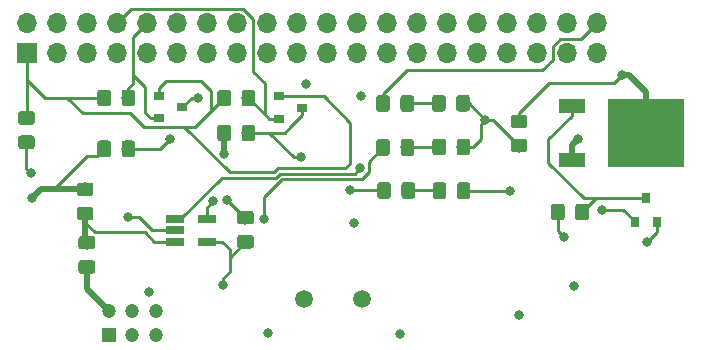
<source format=gbr>
G04 #@! TF.GenerationSoftware,KiCad,Pcbnew,(5.1.4)-1*
G04 #@! TF.CreationDate,2021-07-02T22:09:11-07:00*
G04 #@! TF.ProjectId,RocketPi,526f636b-6574-4506-992e-6b696361645f,rev?*
G04 #@! TF.SameCoordinates,Original*
G04 #@! TF.FileFunction,Copper,L1,Top*
G04 #@! TF.FilePolarity,Positive*
%FSLAX46Y46*%
G04 Gerber Fmt 4.6, Leading zero omitted, Abs format (unit mm)*
G04 Created by KiCad (PCBNEW (5.1.4)-1) date 2021-07-02 22:09:11*
%MOMM*%
%LPD*%
G04 APERTURE LIST*
%ADD10C,0.100000*%
%ADD11C,1.150000*%
%ADD12C,1.500000*%
%ADD13R,1.560000X0.650000*%
%ADD14R,0.900000X0.800000*%
%ADD15R,6.400000X5.800000*%
%ADD16R,2.200000X1.200000*%
%ADD17R,0.800000X0.900000*%
%ADD18O,1.700000X1.700000*%
%ADD19R,1.700000X1.700000*%
%ADD20C,1.200000*%
%ADD21R,1.200000X1.200000*%
%ADD22C,0.800000*%
%ADD23C,0.250000*%
%ADD24C,0.500000*%
%ADD25C,0.550000*%
G04 APERTURE END LIST*
D10*
G36*
X105997105Y-50507604D02*
G01*
X106021373Y-50511204D01*
X106045172Y-50517165D01*
X106068271Y-50525430D01*
X106090450Y-50535920D01*
X106111493Y-50548532D01*
X106131199Y-50563147D01*
X106149377Y-50579623D01*
X106165853Y-50597801D01*
X106180468Y-50617507D01*
X106193080Y-50638550D01*
X106203570Y-50660729D01*
X106211835Y-50683828D01*
X106217796Y-50707627D01*
X106221396Y-50731895D01*
X106222600Y-50756399D01*
X106222600Y-51656401D01*
X106221396Y-51680905D01*
X106217796Y-51705173D01*
X106211835Y-51728972D01*
X106203570Y-51752071D01*
X106193080Y-51774250D01*
X106180468Y-51795293D01*
X106165853Y-51814999D01*
X106149377Y-51833177D01*
X106131199Y-51849653D01*
X106111493Y-51864268D01*
X106090450Y-51876880D01*
X106068271Y-51887370D01*
X106045172Y-51895635D01*
X106021373Y-51901596D01*
X105997105Y-51905196D01*
X105972601Y-51906400D01*
X105322599Y-51906400D01*
X105298095Y-51905196D01*
X105273827Y-51901596D01*
X105250028Y-51895635D01*
X105226929Y-51887370D01*
X105204750Y-51876880D01*
X105183707Y-51864268D01*
X105164001Y-51849653D01*
X105145823Y-51833177D01*
X105129347Y-51814999D01*
X105114732Y-51795293D01*
X105102120Y-51774250D01*
X105091630Y-51752071D01*
X105083365Y-51728972D01*
X105077404Y-51705173D01*
X105073804Y-51680905D01*
X105072600Y-51656401D01*
X105072600Y-50756399D01*
X105073804Y-50731895D01*
X105077404Y-50707627D01*
X105083365Y-50683828D01*
X105091630Y-50660729D01*
X105102120Y-50638550D01*
X105114732Y-50617507D01*
X105129347Y-50597801D01*
X105145823Y-50579623D01*
X105164001Y-50563147D01*
X105183707Y-50548532D01*
X105204750Y-50535920D01*
X105226929Y-50525430D01*
X105250028Y-50517165D01*
X105273827Y-50511204D01*
X105298095Y-50507604D01*
X105322599Y-50506400D01*
X105972601Y-50506400D01*
X105997105Y-50507604D01*
X105997105Y-50507604D01*
G37*
D11*
X105647600Y-51206400D03*
D10*
G36*
X103947105Y-50507604D02*
G01*
X103971373Y-50511204D01*
X103995172Y-50517165D01*
X104018271Y-50525430D01*
X104040450Y-50535920D01*
X104061493Y-50548532D01*
X104081199Y-50563147D01*
X104099377Y-50579623D01*
X104115853Y-50597801D01*
X104130468Y-50617507D01*
X104143080Y-50638550D01*
X104153570Y-50660729D01*
X104161835Y-50683828D01*
X104167796Y-50707627D01*
X104171396Y-50731895D01*
X104172600Y-50756399D01*
X104172600Y-51656401D01*
X104171396Y-51680905D01*
X104167796Y-51705173D01*
X104161835Y-51728972D01*
X104153570Y-51752071D01*
X104143080Y-51774250D01*
X104130468Y-51795293D01*
X104115853Y-51814999D01*
X104099377Y-51833177D01*
X104081199Y-51849653D01*
X104061493Y-51864268D01*
X104040450Y-51876880D01*
X104018271Y-51887370D01*
X103995172Y-51895635D01*
X103971373Y-51901596D01*
X103947105Y-51905196D01*
X103922601Y-51906400D01*
X103272599Y-51906400D01*
X103248095Y-51905196D01*
X103223827Y-51901596D01*
X103200028Y-51895635D01*
X103176929Y-51887370D01*
X103154750Y-51876880D01*
X103133707Y-51864268D01*
X103114001Y-51849653D01*
X103095823Y-51833177D01*
X103079347Y-51814999D01*
X103064732Y-51795293D01*
X103052120Y-51774250D01*
X103041630Y-51752071D01*
X103033365Y-51728972D01*
X103027404Y-51705173D01*
X103023804Y-51680905D01*
X103022600Y-51656401D01*
X103022600Y-50756399D01*
X103023804Y-50731895D01*
X103027404Y-50707627D01*
X103033365Y-50683828D01*
X103041630Y-50660729D01*
X103052120Y-50638550D01*
X103064732Y-50617507D01*
X103079347Y-50597801D01*
X103095823Y-50579623D01*
X103114001Y-50563147D01*
X103133707Y-50548532D01*
X103154750Y-50535920D01*
X103176929Y-50525430D01*
X103200028Y-50517165D01*
X103223827Y-50511204D01*
X103248095Y-50507604D01*
X103272599Y-50506400D01*
X103922601Y-50506400D01*
X103947105Y-50507604D01*
X103947105Y-50507604D01*
G37*
D11*
X103597600Y-51206400D03*
D10*
G36*
X103951905Y-54235604D02*
G01*
X103976173Y-54239204D01*
X103999972Y-54245165D01*
X104023071Y-54253430D01*
X104045250Y-54263920D01*
X104066293Y-54276532D01*
X104085999Y-54291147D01*
X104104177Y-54307623D01*
X104120653Y-54325801D01*
X104135268Y-54345507D01*
X104147880Y-54366550D01*
X104158370Y-54388729D01*
X104166635Y-54411828D01*
X104172596Y-54435627D01*
X104176196Y-54459895D01*
X104177400Y-54484399D01*
X104177400Y-55384401D01*
X104176196Y-55408905D01*
X104172596Y-55433173D01*
X104166635Y-55456972D01*
X104158370Y-55480071D01*
X104147880Y-55502250D01*
X104135268Y-55523293D01*
X104120653Y-55542999D01*
X104104177Y-55561177D01*
X104085999Y-55577653D01*
X104066293Y-55592268D01*
X104045250Y-55604880D01*
X104023071Y-55615370D01*
X103999972Y-55623635D01*
X103976173Y-55629596D01*
X103951905Y-55633196D01*
X103927401Y-55634400D01*
X103277399Y-55634400D01*
X103252895Y-55633196D01*
X103228627Y-55629596D01*
X103204828Y-55623635D01*
X103181729Y-55615370D01*
X103159550Y-55604880D01*
X103138507Y-55592268D01*
X103118801Y-55577653D01*
X103100623Y-55561177D01*
X103084147Y-55542999D01*
X103069532Y-55523293D01*
X103056920Y-55502250D01*
X103046430Y-55480071D01*
X103038165Y-55456972D01*
X103032204Y-55433173D01*
X103028604Y-55408905D01*
X103027400Y-55384401D01*
X103027400Y-54484399D01*
X103028604Y-54459895D01*
X103032204Y-54435627D01*
X103038165Y-54411828D01*
X103046430Y-54388729D01*
X103056920Y-54366550D01*
X103069532Y-54345507D01*
X103084147Y-54325801D01*
X103100623Y-54307623D01*
X103118801Y-54291147D01*
X103138507Y-54276532D01*
X103159550Y-54263920D01*
X103181729Y-54253430D01*
X103204828Y-54245165D01*
X103228627Y-54239204D01*
X103252895Y-54235604D01*
X103277399Y-54234400D01*
X103927401Y-54234400D01*
X103951905Y-54235604D01*
X103951905Y-54235604D01*
G37*
D11*
X103602400Y-54934400D03*
D10*
G36*
X106001905Y-54235604D02*
G01*
X106026173Y-54239204D01*
X106049972Y-54245165D01*
X106073071Y-54253430D01*
X106095250Y-54263920D01*
X106116293Y-54276532D01*
X106135999Y-54291147D01*
X106154177Y-54307623D01*
X106170653Y-54325801D01*
X106185268Y-54345507D01*
X106197880Y-54366550D01*
X106208370Y-54388729D01*
X106216635Y-54411828D01*
X106222596Y-54435627D01*
X106226196Y-54459895D01*
X106227400Y-54484399D01*
X106227400Y-55384401D01*
X106226196Y-55408905D01*
X106222596Y-55433173D01*
X106216635Y-55456972D01*
X106208370Y-55480071D01*
X106197880Y-55502250D01*
X106185268Y-55523293D01*
X106170653Y-55542999D01*
X106154177Y-55561177D01*
X106135999Y-55577653D01*
X106116293Y-55592268D01*
X106095250Y-55604880D01*
X106073071Y-55615370D01*
X106049972Y-55623635D01*
X106026173Y-55629596D01*
X106001905Y-55633196D01*
X105977401Y-55634400D01*
X105327399Y-55634400D01*
X105302895Y-55633196D01*
X105278627Y-55629596D01*
X105254828Y-55623635D01*
X105231729Y-55615370D01*
X105209550Y-55604880D01*
X105188507Y-55592268D01*
X105168801Y-55577653D01*
X105150623Y-55561177D01*
X105134147Y-55542999D01*
X105119532Y-55523293D01*
X105106920Y-55502250D01*
X105096430Y-55480071D01*
X105088165Y-55456972D01*
X105082204Y-55433173D01*
X105078604Y-55408905D01*
X105077400Y-55384401D01*
X105077400Y-54484399D01*
X105078604Y-54459895D01*
X105082204Y-54435627D01*
X105088165Y-54411828D01*
X105096430Y-54388729D01*
X105106920Y-54366550D01*
X105119532Y-54345507D01*
X105134147Y-54325801D01*
X105150623Y-54307623D01*
X105168801Y-54291147D01*
X105188507Y-54276532D01*
X105209550Y-54263920D01*
X105231729Y-54253430D01*
X105254828Y-54245165D01*
X105278627Y-54239204D01*
X105302895Y-54235604D01*
X105327399Y-54234400D01*
X105977401Y-54234400D01*
X106001905Y-54235604D01*
X106001905Y-54235604D01*
G37*
D11*
X105652400Y-54934400D03*
D10*
G36*
X108671505Y-50490204D02*
G01*
X108695773Y-50493804D01*
X108719572Y-50499765D01*
X108742671Y-50508030D01*
X108764850Y-50518520D01*
X108785893Y-50531132D01*
X108805599Y-50545747D01*
X108823777Y-50562223D01*
X108840253Y-50580401D01*
X108854868Y-50600107D01*
X108867480Y-50621150D01*
X108877970Y-50643329D01*
X108886235Y-50666428D01*
X108892196Y-50690227D01*
X108895796Y-50714495D01*
X108897000Y-50738999D01*
X108897000Y-51639001D01*
X108895796Y-51663505D01*
X108892196Y-51687773D01*
X108886235Y-51711572D01*
X108877970Y-51734671D01*
X108867480Y-51756850D01*
X108854868Y-51777893D01*
X108840253Y-51797599D01*
X108823777Y-51815777D01*
X108805599Y-51832253D01*
X108785893Y-51846868D01*
X108764850Y-51859480D01*
X108742671Y-51869970D01*
X108719572Y-51878235D01*
X108695773Y-51884196D01*
X108671505Y-51887796D01*
X108647001Y-51889000D01*
X107996999Y-51889000D01*
X107972495Y-51887796D01*
X107948227Y-51884196D01*
X107924428Y-51878235D01*
X107901329Y-51869970D01*
X107879150Y-51859480D01*
X107858107Y-51846868D01*
X107838401Y-51832253D01*
X107820223Y-51815777D01*
X107803747Y-51797599D01*
X107789132Y-51777893D01*
X107776520Y-51756850D01*
X107766030Y-51734671D01*
X107757765Y-51711572D01*
X107751804Y-51687773D01*
X107748204Y-51663505D01*
X107747000Y-51639001D01*
X107747000Y-50738999D01*
X107748204Y-50714495D01*
X107751804Y-50690227D01*
X107757765Y-50666428D01*
X107766030Y-50643329D01*
X107776520Y-50621150D01*
X107789132Y-50600107D01*
X107803747Y-50580401D01*
X107820223Y-50562223D01*
X107838401Y-50545747D01*
X107858107Y-50531132D01*
X107879150Y-50518520D01*
X107901329Y-50508030D01*
X107924428Y-50499765D01*
X107948227Y-50493804D01*
X107972495Y-50490204D01*
X107996999Y-50489000D01*
X108647001Y-50489000D01*
X108671505Y-50490204D01*
X108671505Y-50490204D01*
G37*
D11*
X108322000Y-51189000D03*
D10*
G36*
X110721505Y-50490204D02*
G01*
X110745773Y-50493804D01*
X110769572Y-50499765D01*
X110792671Y-50508030D01*
X110814850Y-50518520D01*
X110835893Y-50531132D01*
X110855599Y-50545747D01*
X110873777Y-50562223D01*
X110890253Y-50580401D01*
X110904868Y-50600107D01*
X110917480Y-50621150D01*
X110927970Y-50643329D01*
X110936235Y-50666428D01*
X110942196Y-50690227D01*
X110945796Y-50714495D01*
X110947000Y-50738999D01*
X110947000Y-51639001D01*
X110945796Y-51663505D01*
X110942196Y-51687773D01*
X110936235Y-51711572D01*
X110927970Y-51734671D01*
X110917480Y-51756850D01*
X110904868Y-51777893D01*
X110890253Y-51797599D01*
X110873777Y-51815777D01*
X110855599Y-51832253D01*
X110835893Y-51846868D01*
X110814850Y-51859480D01*
X110792671Y-51869970D01*
X110769572Y-51878235D01*
X110745773Y-51884196D01*
X110721505Y-51887796D01*
X110697001Y-51889000D01*
X110046999Y-51889000D01*
X110022495Y-51887796D01*
X109998227Y-51884196D01*
X109974428Y-51878235D01*
X109951329Y-51869970D01*
X109929150Y-51859480D01*
X109908107Y-51846868D01*
X109888401Y-51832253D01*
X109870223Y-51815777D01*
X109853747Y-51797599D01*
X109839132Y-51777893D01*
X109826520Y-51756850D01*
X109816030Y-51734671D01*
X109807765Y-51711572D01*
X109801804Y-51687773D01*
X109798204Y-51663505D01*
X109797000Y-51639001D01*
X109797000Y-50738999D01*
X109798204Y-50714495D01*
X109801804Y-50690227D01*
X109807765Y-50666428D01*
X109816030Y-50643329D01*
X109826520Y-50621150D01*
X109839132Y-50600107D01*
X109853747Y-50580401D01*
X109870223Y-50562223D01*
X109888401Y-50545747D01*
X109908107Y-50531132D01*
X109929150Y-50518520D01*
X109951329Y-50508030D01*
X109974428Y-50499765D01*
X109998227Y-50493804D01*
X110022495Y-50490204D01*
X110046999Y-50489000D01*
X110697001Y-50489000D01*
X110721505Y-50490204D01*
X110721505Y-50490204D01*
G37*
D11*
X110372000Y-51189000D03*
D10*
G36*
X108696905Y-54190604D02*
G01*
X108721173Y-54194204D01*
X108744972Y-54200165D01*
X108768071Y-54208430D01*
X108790250Y-54218920D01*
X108811293Y-54231532D01*
X108830999Y-54246147D01*
X108849177Y-54262623D01*
X108865653Y-54280801D01*
X108880268Y-54300507D01*
X108892880Y-54321550D01*
X108903370Y-54343729D01*
X108911635Y-54366828D01*
X108917596Y-54390627D01*
X108921196Y-54414895D01*
X108922400Y-54439399D01*
X108922400Y-55339401D01*
X108921196Y-55363905D01*
X108917596Y-55388173D01*
X108911635Y-55411972D01*
X108903370Y-55435071D01*
X108892880Y-55457250D01*
X108880268Y-55478293D01*
X108865653Y-55497999D01*
X108849177Y-55516177D01*
X108830999Y-55532653D01*
X108811293Y-55547268D01*
X108790250Y-55559880D01*
X108768071Y-55570370D01*
X108744972Y-55578635D01*
X108721173Y-55584596D01*
X108696905Y-55588196D01*
X108672401Y-55589400D01*
X108022399Y-55589400D01*
X107997895Y-55588196D01*
X107973627Y-55584596D01*
X107949828Y-55578635D01*
X107926729Y-55570370D01*
X107904550Y-55559880D01*
X107883507Y-55547268D01*
X107863801Y-55532653D01*
X107845623Y-55516177D01*
X107829147Y-55497999D01*
X107814532Y-55478293D01*
X107801920Y-55457250D01*
X107791430Y-55435071D01*
X107783165Y-55411972D01*
X107777204Y-55388173D01*
X107773604Y-55363905D01*
X107772400Y-55339401D01*
X107772400Y-54439399D01*
X107773604Y-54414895D01*
X107777204Y-54390627D01*
X107783165Y-54366828D01*
X107791430Y-54343729D01*
X107801920Y-54321550D01*
X107814532Y-54300507D01*
X107829147Y-54280801D01*
X107845623Y-54262623D01*
X107863801Y-54246147D01*
X107883507Y-54231532D01*
X107904550Y-54218920D01*
X107926729Y-54208430D01*
X107949828Y-54200165D01*
X107973627Y-54194204D01*
X107997895Y-54190604D01*
X108022399Y-54189400D01*
X108672401Y-54189400D01*
X108696905Y-54190604D01*
X108696905Y-54190604D01*
G37*
D11*
X108347400Y-54889400D03*
D10*
G36*
X110746905Y-54190604D02*
G01*
X110771173Y-54194204D01*
X110794972Y-54200165D01*
X110818071Y-54208430D01*
X110840250Y-54218920D01*
X110861293Y-54231532D01*
X110880999Y-54246147D01*
X110899177Y-54262623D01*
X110915653Y-54280801D01*
X110930268Y-54300507D01*
X110942880Y-54321550D01*
X110953370Y-54343729D01*
X110961635Y-54366828D01*
X110967596Y-54390627D01*
X110971196Y-54414895D01*
X110972400Y-54439399D01*
X110972400Y-55339401D01*
X110971196Y-55363905D01*
X110967596Y-55388173D01*
X110961635Y-55411972D01*
X110953370Y-55435071D01*
X110942880Y-55457250D01*
X110930268Y-55478293D01*
X110915653Y-55497999D01*
X110899177Y-55516177D01*
X110880999Y-55532653D01*
X110861293Y-55547268D01*
X110840250Y-55559880D01*
X110818071Y-55570370D01*
X110794972Y-55578635D01*
X110771173Y-55584596D01*
X110746905Y-55588196D01*
X110722401Y-55589400D01*
X110072399Y-55589400D01*
X110047895Y-55588196D01*
X110023627Y-55584596D01*
X109999828Y-55578635D01*
X109976729Y-55570370D01*
X109954550Y-55559880D01*
X109933507Y-55547268D01*
X109913801Y-55532653D01*
X109895623Y-55516177D01*
X109879147Y-55497999D01*
X109864532Y-55478293D01*
X109851920Y-55457250D01*
X109841430Y-55435071D01*
X109833165Y-55411972D01*
X109827204Y-55388173D01*
X109823604Y-55363905D01*
X109822400Y-55339401D01*
X109822400Y-54439399D01*
X109823604Y-54414895D01*
X109827204Y-54390627D01*
X109833165Y-54366828D01*
X109841430Y-54343729D01*
X109851920Y-54321550D01*
X109864532Y-54300507D01*
X109879147Y-54280801D01*
X109895623Y-54262623D01*
X109913801Y-54246147D01*
X109933507Y-54231532D01*
X109954550Y-54218920D01*
X109976729Y-54208430D01*
X109999828Y-54200165D01*
X110023627Y-54194204D01*
X110047895Y-54190604D01*
X110072399Y-54189400D01*
X110722401Y-54189400D01*
X110746905Y-54190604D01*
X110746905Y-54190604D01*
G37*
D11*
X110397400Y-54889400D03*
D12*
X96948600Y-67792600D03*
X101828600Y-67792600D03*
D13*
X88675200Y-61000600D03*
X88675200Y-62900600D03*
X85975200Y-62900600D03*
X85975200Y-61950600D03*
X85975200Y-61000600D03*
D10*
G36*
X82388705Y-54343004D02*
G01*
X82412973Y-54346604D01*
X82436772Y-54352565D01*
X82459871Y-54360830D01*
X82482050Y-54371320D01*
X82503093Y-54383932D01*
X82522799Y-54398547D01*
X82540977Y-54415023D01*
X82557453Y-54433201D01*
X82572068Y-54452907D01*
X82584680Y-54473950D01*
X82595170Y-54496129D01*
X82603435Y-54519228D01*
X82609396Y-54543027D01*
X82612996Y-54567295D01*
X82614200Y-54591799D01*
X82614200Y-55491801D01*
X82612996Y-55516305D01*
X82609396Y-55540573D01*
X82603435Y-55564372D01*
X82595170Y-55587471D01*
X82584680Y-55609650D01*
X82572068Y-55630693D01*
X82557453Y-55650399D01*
X82540977Y-55668577D01*
X82522799Y-55685053D01*
X82503093Y-55699668D01*
X82482050Y-55712280D01*
X82459871Y-55722770D01*
X82436772Y-55731035D01*
X82412973Y-55736996D01*
X82388705Y-55740596D01*
X82364201Y-55741800D01*
X81714199Y-55741800D01*
X81689695Y-55740596D01*
X81665427Y-55736996D01*
X81641628Y-55731035D01*
X81618529Y-55722770D01*
X81596350Y-55712280D01*
X81575307Y-55699668D01*
X81555601Y-55685053D01*
X81537423Y-55668577D01*
X81520947Y-55650399D01*
X81506332Y-55630693D01*
X81493720Y-55609650D01*
X81483230Y-55587471D01*
X81474965Y-55564372D01*
X81469004Y-55540573D01*
X81465404Y-55516305D01*
X81464200Y-55491801D01*
X81464200Y-54591799D01*
X81465404Y-54567295D01*
X81469004Y-54543027D01*
X81474965Y-54519228D01*
X81483230Y-54496129D01*
X81493720Y-54473950D01*
X81506332Y-54452907D01*
X81520947Y-54433201D01*
X81537423Y-54415023D01*
X81555601Y-54398547D01*
X81575307Y-54383932D01*
X81596350Y-54371320D01*
X81618529Y-54360830D01*
X81641628Y-54352565D01*
X81665427Y-54346604D01*
X81689695Y-54343004D01*
X81714199Y-54341800D01*
X82364201Y-54341800D01*
X82388705Y-54343004D01*
X82388705Y-54343004D01*
G37*
D11*
X82039200Y-55041800D03*
D10*
G36*
X80338705Y-54343004D02*
G01*
X80362973Y-54346604D01*
X80386772Y-54352565D01*
X80409871Y-54360830D01*
X80432050Y-54371320D01*
X80453093Y-54383932D01*
X80472799Y-54398547D01*
X80490977Y-54415023D01*
X80507453Y-54433201D01*
X80522068Y-54452907D01*
X80534680Y-54473950D01*
X80545170Y-54496129D01*
X80553435Y-54519228D01*
X80559396Y-54543027D01*
X80562996Y-54567295D01*
X80564200Y-54591799D01*
X80564200Y-55491801D01*
X80562996Y-55516305D01*
X80559396Y-55540573D01*
X80553435Y-55564372D01*
X80545170Y-55587471D01*
X80534680Y-55609650D01*
X80522068Y-55630693D01*
X80507453Y-55650399D01*
X80490977Y-55668577D01*
X80472799Y-55685053D01*
X80453093Y-55699668D01*
X80432050Y-55712280D01*
X80409871Y-55722770D01*
X80386772Y-55731035D01*
X80362973Y-55736996D01*
X80338705Y-55740596D01*
X80314201Y-55741800D01*
X79664199Y-55741800D01*
X79639695Y-55740596D01*
X79615427Y-55736996D01*
X79591628Y-55731035D01*
X79568529Y-55722770D01*
X79546350Y-55712280D01*
X79525307Y-55699668D01*
X79505601Y-55685053D01*
X79487423Y-55668577D01*
X79470947Y-55650399D01*
X79456332Y-55630693D01*
X79443720Y-55609650D01*
X79433230Y-55587471D01*
X79424965Y-55564372D01*
X79419004Y-55540573D01*
X79415404Y-55516305D01*
X79414200Y-55491801D01*
X79414200Y-54591799D01*
X79415404Y-54567295D01*
X79419004Y-54543027D01*
X79424965Y-54519228D01*
X79433230Y-54496129D01*
X79443720Y-54473950D01*
X79456332Y-54452907D01*
X79470947Y-54433201D01*
X79487423Y-54415023D01*
X79505601Y-54398547D01*
X79525307Y-54383932D01*
X79546350Y-54371320D01*
X79568529Y-54360830D01*
X79591628Y-54352565D01*
X79615427Y-54346604D01*
X79639695Y-54343004D01*
X79664199Y-54341800D01*
X80314201Y-54341800D01*
X80338705Y-54343004D01*
X80338705Y-54343004D01*
G37*
D11*
X79989200Y-55041800D03*
D10*
G36*
X82388705Y-50031004D02*
G01*
X82412973Y-50034604D01*
X82436772Y-50040565D01*
X82459871Y-50048830D01*
X82482050Y-50059320D01*
X82503093Y-50071932D01*
X82522799Y-50086547D01*
X82540977Y-50103023D01*
X82557453Y-50121201D01*
X82572068Y-50140907D01*
X82584680Y-50161950D01*
X82595170Y-50184129D01*
X82603435Y-50207228D01*
X82609396Y-50231027D01*
X82612996Y-50255295D01*
X82614200Y-50279799D01*
X82614200Y-51179801D01*
X82612996Y-51204305D01*
X82609396Y-51228573D01*
X82603435Y-51252372D01*
X82595170Y-51275471D01*
X82584680Y-51297650D01*
X82572068Y-51318693D01*
X82557453Y-51338399D01*
X82540977Y-51356577D01*
X82522799Y-51373053D01*
X82503093Y-51387668D01*
X82482050Y-51400280D01*
X82459871Y-51410770D01*
X82436772Y-51419035D01*
X82412973Y-51424996D01*
X82388705Y-51428596D01*
X82364201Y-51429800D01*
X81714199Y-51429800D01*
X81689695Y-51428596D01*
X81665427Y-51424996D01*
X81641628Y-51419035D01*
X81618529Y-51410770D01*
X81596350Y-51400280D01*
X81575307Y-51387668D01*
X81555601Y-51373053D01*
X81537423Y-51356577D01*
X81520947Y-51338399D01*
X81506332Y-51318693D01*
X81493720Y-51297650D01*
X81483230Y-51275471D01*
X81474965Y-51252372D01*
X81469004Y-51228573D01*
X81465404Y-51204305D01*
X81464200Y-51179801D01*
X81464200Y-50279799D01*
X81465404Y-50255295D01*
X81469004Y-50231027D01*
X81474965Y-50207228D01*
X81483230Y-50184129D01*
X81493720Y-50161950D01*
X81506332Y-50140907D01*
X81520947Y-50121201D01*
X81537423Y-50103023D01*
X81555601Y-50086547D01*
X81575307Y-50071932D01*
X81596350Y-50059320D01*
X81618529Y-50048830D01*
X81641628Y-50040565D01*
X81665427Y-50034604D01*
X81689695Y-50031004D01*
X81714199Y-50029800D01*
X82364201Y-50029800D01*
X82388705Y-50031004D01*
X82388705Y-50031004D01*
G37*
D11*
X82039200Y-50729800D03*
D10*
G36*
X80338705Y-50031004D02*
G01*
X80362973Y-50034604D01*
X80386772Y-50040565D01*
X80409871Y-50048830D01*
X80432050Y-50059320D01*
X80453093Y-50071932D01*
X80472799Y-50086547D01*
X80490977Y-50103023D01*
X80507453Y-50121201D01*
X80522068Y-50140907D01*
X80534680Y-50161950D01*
X80545170Y-50184129D01*
X80553435Y-50207228D01*
X80559396Y-50231027D01*
X80562996Y-50255295D01*
X80564200Y-50279799D01*
X80564200Y-51179801D01*
X80562996Y-51204305D01*
X80559396Y-51228573D01*
X80553435Y-51252372D01*
X80545170Y-51275471D01*
X80534680Y-51297650D01*
X80522068Y-51318693D01*
X80507453Y-51338399D01*
X80490977Y-51356577D01*
X80472799Y-51373053D01*
X80453093Y-51387668D01*
X80432050Y-51400280D01*
X80409871Y-51410770D01*
X80386772Y-51419035D01*
X80362973Y-51424996D01*
X80338705Y-51428596D01*
X80314201Y-51429800D01*
X79664199Y-51429800D01*
X79639695Y-51428596D01*
X79615427Y-51424996D01*
X79591628Y-51419035D01*
X79568529Y-51410770D01*
X79546350Y-51400280D01*
X79525307Y-51387668D01*
X79505601Y-51373053D01*
X79487423Y-51356577D01*
X79470947Y-51338399D01*
X79456332Y-51318693D01*
X79443720Y-51297650D01*
X79433230Y-51275471D01*
X79424965Y-51252372D01*
X79419004Y-51228573D01*
X79415404Y-51204305D01*
X79414200Y-51179801D01*
X79414200Y-50279799D01*
X79415404Y-50255295D01*
X79419004Y-50231027D01*
X79424965Y-50207228D01*
X79433230Y-50184129D01*
X79443720Y-50161950D01*
X79456332Y-50140907D01*
X79470947Y-50121201D01*
X79487423Y-50103023D01*
X79505601Y-50086547D01*
X79525307Y-50071932D01*
X79546350Y-50059320D01*
X79568529Y-50048830D01*
X79591628Y-50040565D01*
X79615427Y-50034604D01*
X79639695Y-50031004D01*
X79664199Y-50029800D01*
X80314201Y-50029800D01*
X80338705Y-50031004D01*
X80338705Y-50031004D01*
G37*
D11*
X79989200Y-50729800D03*
D10*
G36*
X92546505Y-53004404D02*
G01*
X92570773Y-53008004D01*
X92594572Y-53013965D01*
X92617671Y-53022230D01*
X92639850Y-53032720D01*
X92660893Y-53045332D01*
X92680599Y-53059947D01*
X92698777Y-53076423D01*
X92715253Y-53094601D01*
X92729868Y-53114307D01*
X92742480Y-53135350D01*
X92752970Y-53157529D01*
X92761235Y-53180628D01*
X92767196Y-53204427D01*
X92770796Y-53228695D01*
X92772000Y-53253199D01*
X92772000Y-54153201D01*
X92770796Y-54177705D01*
X92767196Y-54201973D01*
X92761235Y-54225772D01*
X92752970Y-54248871D01*
X92742480Y-54271050D01*
X92729868Y-54292093D01*
X92715253Y-54311799D01*
X92698777Y-54329977D01*
X92680599Y-54346453D01*
X92660893Y-54361068D01*
X92639850Y-54373680D01*
X92617671Y-54384170D01*
X92594572Y-54392435D01*
X92570773Y-54398396D01*
X92546505Y-54401996D01*
X92522001Y-54403200D01*
X91871999Y-54403200D01*
X91847495Y-54401996D01*
X91823227Y-54398396D01*
X91799428Y-54392435D01*
X91776329Y-54384170D01*
X91754150Y-54373680D01*
X91733107Y-54361068D01*
X91713401Y-54346453D01*
X91695223Y-54329977D01*
X91678747Y-54311799D01*
X91664132Y-54292093D01*
X91651520Y-54271050D01*
X91641030Y-54248871D01*
X91632765Y-54225772D01*
X91626804Y-54201973D01*
X91623204Y-54177705D01*
X91622000Y-54153201D01*
X91622000Y-53253199D01*
X91623204Y-53228695D01*
X91626804Y-53204427D01*
X91632765Y-53180628D01*
X91641030Y-53157529D01*
X91651520Y-53135350D01*
X91664132Y-53114307D01*
X91678747Y-53094601D01*
X91695223Y-53076423D01*
X91713401Y-53059947D01*
X91733107Y-53045332D01*
X91754150Y-53032720D01*
X91776329Y-53022230D01*
X91799428Y-53013965D01*
X91823227Y-53008004D01*
X91847495Y-53004404D01*
X91871999Y-53003200D01*
X92522001Y-53003200D01*
X92546505Y-53004404D01*
X92546505Y-53004404D01*
G37*
D11*
X92197000Y-53703200D03*
D10*
G36*
X90496505Y-53004404D02*
G01*
X90520773Y-53008004D01*
X90544572Y-53013965D01*
X90567671Y-53022230D01*
X90589850Y-53032720D01*
X90610893Y-53045332D01*
X90630599Y-53059947D01*
X90648777Y-53076423D01*
X90665253Y-53094601D01*
X90679868Y-53114307D01*
X90692480Y-53135350D01*
X90702970Y-53157529D01*
X90711235Y-53180628D01*
X90717196Y-53204427D01*
X90720796Y-53228695D01*
X90722000Y-53253199D01*
X90722000Y-54153201D01*
X90720796Y-54177705D01*
X90717196Y-54201973D01*
X90711235Y-54225772D01*
X90702970Y-54248871D01*
X90692480Y-54271050D01*
X90679868Y-54292093D01*
X90665253Y-54311799D01*
X90648777Y-54329977D01*
X90630599Y-54346453D01*
X90610893Y-54361068D01*
X90589850Y-54373680D01*
X90567671Y-54384170D01*
X90544572Y-54392435D01*
X90520773Y-54398396D01*
X90496505Y-54401996D01*
X90472001Y-54403200D01*
X89821999Y-54403200D01*
X89797495Y-54401996D01*
X89773227Y-54398396D01*
X89749428Y-54392435D01*
X89726329Y-54384170D01*
X89704150Y-54373680D01*
X89683107Y-54361068D01*
X89663401Y-54346453D01*
X89645223Y-54329977D01*
X89628747Y-54311799D01*
X89614132Y-54292093D01*
X89601520Y-54271050D01*
X89591030Y-54248871D01*
X89582765Y-54225772D01*
X89576804Y-54201973D01*
X89573204Y-54177705D01*
X89572000Y-54153201D01*
X89572000Y-53253199D01*
X89573204Y-53228695D01*
X89576804Y-53204427D01*
X89582765Y-53180628D01*
X89591030Y-53157529D01*
X89601520Y-53135350D01*
X89614132Y-53114307D01*
X89628747Y-53094601D01*
X89645223Y-53076423D01*
X89663401Y-53059947D01*
X89683107Y-53045332D01*
X89704150Y-53032720D01*
X89726329Y-53022230D01*
X89749428Y-53013965D01*
X89773227Y-53008004D01*
X89797495Y-53004404D01*
X89821999Y-53003200D01*
X90472001Y-53003200D01*
X90496505Y-53004404D01*
X90496505Y-53004404D01*
G37*
D11*
X90147000Y-53703200D03*
D10*
G36*
X92546505Y-50054404D02*
G01*
X92570773Y-50058004D01*
X92594572Y-50063965D01*
X92617671Y-50072230D01*
X92639850Y-50082720D01*
X92660893Y-50095332D01*
X92680599Y-50109947D01*
X92698777Y-50126423D01*
X92715253Y-50144601D01*
X92729868Y-50164307D01*
X92742480Y-50185350D01*
X92752970Y-50207529D01*
X92761235Y-50230628D01*
X92767196Y-50254427D01*
X92770796Y-50278695D01*
X92772000Y-50303199D01*
X92772000Y-51203201D01*
X92770796Y-51227705D01*
X92767196Y-51251973D01*
X92761235Y-51275772D01*
X92752970Y-51298871D01*
X92742480Y-51321050D01*
X92729868Y-51342093D01*
X92715253Y-51361799D01*
X92698777Y-51379977D01*
X92680599Y-51396453D01*
X92660893Y-51411068D01*
X92639850Y-51423680D01*
X92617671Y-51434170D01*
X92594572Y-51442435D01*
X92570773Y-51448396D01*
X92546505Y-51451996D01*
X92522001Y-51453200D01*
X91871999Y-51453200D01*
X91847495Y-51451996D01*
X91823227Y-51448396D01*
X91799428Y-51442435D01*
X91776329Y-51434170D01*
X91754150Y-51423680D01*
X91733107Y-51411068D01*
X91713401Y-51396453D01*
X91695223Y-51379977D01*
X91678747Y-51361799D01*
X91664132Y-51342093D01*
X91651520Y-51321050D01*
X91641030Y-51298871D01*
X91632765Y-51275772D01*
X91626804Y-51251973D01*
X91623204Y-51227705D01*
X91622000Y-51203201D01*
X91622000Y-50303199D01*
X91623204Y-50278695D01*
X91626804Y-50254427D01*
X91632765Y-50230628D01*
X91641030Y-50207529D01*
X91651520Y-50185350D01*
X91664132Y-50164307D01*
X91678747Y-50144601D01*
X91695223Y-50126423D01*
X91713401Y-50109947D01*
X91733107Y-50095332D01*
X91754150Y-50082720D01*
X91776329Y-50072230D01*
X91799428Y-50063965D01*
X91823227Y-50058004D01*
X91847495Y-50054404D01*
X91871999Y-50053200D01*
X92522001Y-50053200D01*
X92546505Y-50054404D01*
X92546505Y-50054404D01*
G37*
D11*
X92197000Y-50753200D03*
D10*
G36*
X90496505Y-50054404D02*
G01*
X90520773Y-50058004D01*
X90544572Y-50063965D01*
X90567671Y-50072230D01*
X90589850Y-50082720D01*
X90610893Y-50095332D01*
X90630599Y-50109947D01*
X90648777Y-50126423D01*
X90665253Y-50144601D01*
X90679868Y-50164307D01*
X90692480Y-50185350D01*
X90702970Y-50207529D01*
X90711235Y-50230628D01*
X90717196Y-50254427D01*
X90720796Y-50278695D01*
X90722000Y-50303199D01*
X90722000Y-51203201D01*
X90720796Y-51227705D01*
X90717196Y-51251973D01*
X90711235Y-51275772D01*
X90702970Y-51298871D01*
X90692480Y-51321050D01*
X90679868Y-51342093D01*
X90665253Y-51361799D01*
X90648777Y-51379977D01*
X90630599Y-51396453D01*
X90610893Y-51411068D01*
X90589850Y-51423680D01*
X90567671Y-51434170D01*
X90544572Y-51442435D01*
X90520773Y-51448396D01*
X90496505Y-51451996D01*
X90472001Y-51453200D01*
X89821999Y-51453200D01*
X89797495Y-51451996D01*
X89773227Y-51448396D01*
X89749428Y-51442435D01*
X89726329Y-51434170D01*
X89704150Y-51423680D01*
X89683107Y-51411068D01*
X89663401Y-51396453D01*
X89645223Y-51379977D01*
X89628747Y-51361799D01*
X89614132Y-51342093D01*
X89601520Y-51321050D01*
X89591030Y-51298871D01*
X89582765Y-51275772D01*
X89576804Y-51251973D01*
X89573204Y-51227705D01*
X89572000Y-51203201D01*
X89572000Y-50303199D01*
X89573204Y-50278695D01*
X89576804Y-50254427D01*
X89582765Y-50230628D01*
X89591030Y-50207529D01*
X89601520Y-50185350D01*
X89614132Y-50164307D01*
X89628747Y-50144601D01*
X89645223Y-50126423D01*
X89663401Y-50109947D01*
X89683107Y-50095332D01*
X89704150Y-50082720D01*
X89726329Y-50072230D01*
X89749428Y-50063965D01*
X89773227Y-50058004D01*
X89797495Y-50054404D01*
X89821999Y-50053200D01*
X90472001Y-50053200D01*
X90496505Y-50054404D01*
X90496505Y-50054404D01*
G37*
D11*
X90147000Y-50753200D03*
D10*
G36*
X104032305Y-57873604D02*
G01*
X104056573Y-57877204D01*
X104080372Y-57883165D01*
X104103471Y-57891430D01*
X104125650Y-57901920D01*
X104146693Y-57914532D01*
X104166399Y-57929147D01*
X104184577Y-57945623D01*
X104201053Y-57963801D01*
X104215668Y-57983507D01*
X104228280Y-58004550D01*
X104238770Y-58026729D01*
X104247035Y-58049828D01*
X104252996Y-58073627D01*
X104256596Y-58097895D01*
X104257800Y-58122399D01*
X104257800Y-59022401D01*
X104256596Y-59046905D01*
X104252996Y-59071173D01*
X104247035Y-59094972D01*
X104238770Y-59118071D01*
X104228280Y-59140250D01*
X104215668Y-59161293D01*
X104201053Y-59180999D01*
X104184577Y-59199177D01*
X104166399Y-59215653D01*
X104146693Y-59230268D01*
X104125650Y-59242880D01*
X104103471Y-59253370D01*
X104080372Y-59261635D01*
X104056573Y-59267596D01*
X104032305Y-59271196D01*
X104007801Y-59272400D01*
X103357799Y-59272400D01*
X103333295Y-59271196D01*
X103309027Y-59267596D01*
X103285228Y-59261635D01*
X103262129Y-59253370D01*
X103239950Y-59242880D01*
X103218907Y-59230268D01*
X103199201Y-59215653D01*
X103181023Y-59199177D01*
X103164547Y-59180999D01*
X103149932Y-59161293D01*
X103137320Y-59140250D01*
X103126830Y-59118071D01*
X103118565Y-59094972D01*
X103112604Y-59071173D01*
X103109004Y-59046905D01*
X103107800Y-59022401D01*
X103107800Y-58122399D01*
X103109004Y-58097895D01*
X103112604Y-58073627D01*
X103118565Y-58049828D01*
X103126830Y-58026729D01*
X103137320Y-58004550D01*
X103149932Y-57983507D01*
X103164547Y-57963801D01*
X103181023Y-57945623D01*
X103199201Y-57929147D01*
X103218907Y-57914532D01*
X103239950Y-57901920D01*
X103262129Y-57891430D01*
X103285228Y-57883165D01*
X103309027Y-57877204D01*
X103333295Y-57873604D01*
X103357799Y-57872400D01*
X104007801Y-57872400D01*
X104032305Y-57873604D01*
X104032305Y-57873604D01*
G37*
D11*
X103682800Y-58572400D03*
D10*
G36*
X106082305Y-57873604D02*
G01*
X106106573Y-57877204D01*
X106130372Y-57883165D01*
X106153471Y-57891430D01*
X106175650Y-57901920D01*
X106196693Y-57914532D01*
X106216399Y-57929147D01*
X106234577Y-57945623D01*
X106251053Y-57963801D01*
X106265668Y-57983507D01*
X106278280Y-58004550D01*
X106288770Y-58026729D01*
X106297035Y-58049828D01*
X106302996Y-58073627D01*
X106306596Y-58097895D01*
X106307800Y-58122399D01*
X106307800Y-59022401D01*
X106306596Y-59046905D01*
X106302996Y-59071173D01*
X106297035Y-59094972D01*
X106288770Y-59118071D01*
X106278280Y-59140250D01*
X106265668Y-59161293D01*
X106251053Y-59180999D01*
X106234577Y-59199177D01*
X106216399Y-59215653D01*
X106196693Y-59230268D01*
X106175650Y-59242880D01*
X106153471Y-59253370D01*
X106130372Y-59261635D01*
X106106573Y-59267596D01*
X106082305Y-59271196D01*
X106057801Y-59272400D01*
X105407799Y-59272400D01*
X105383295Y-59271196D01*
X105359027Y-59267596D01*
X105335228Y-59261635D01*
X105312129Y-59253370D01*
X105289950Y-59242880D01*
X105268907Y-59230268D01*
X105249201Y-59215653D01*
X105231023Y-59199177D01*
X105214547Y-59180999D01*
X105199932Y-59161293D01*
X105187320Y-59140250D01*
X105176830Y-59118071D01*
X105168565Y-59094972D01*
X105162604Y-59071173D01*
X105159004Y-59046905D01*
X105157800Y-59022401D01*
X105157800Y-58122399D01*
X105159004Y-58097895D01*
X105162604Y-58073627D01*
X105168565Y-58049828D01*
X105176830Y-58026729D01*
X105187320Y-58004550D01*
X105199932Y-57983507D01*
X105214547Y-57963801D01*
X105231023Y-57945623D01*
X105249201Y-57929147D01*
X105268907Y-57914532D01*
X105289950Y-57901920D01*
X105312129Y-57891430D01*
X105335228Y-57883165D01*
X105359027Y-57877204D01*
X105383295Y-57873604D01*
X105407799Y-57872400D01*
X106057801Y-57872400D01*
X106082305Y-57873604D01*
X106082305Y-57873604D01*
G37*
D11*
X105732800Y-58572400D03*
D10*
G36*
X120796305Y-59702404D02*
G01*
X120820573Y-59706004D01*
X120844372Y-59711965D01*
X120867471Y-59720230D01*
X120889650Y-59730720D01*
X120910693Y-59743332D01*
X120930399Y-59757947D01*
X120948577Y-59774423D01*
X120965053Y-59792601D01*
X120979668Y-59812307D01*
X120992280Y-59833350D01*
X121002770Y-59855529D01*
X121011035Y-59878628D01*
X121016996Y-59902427D01*
X121020596Y-59926695D01*
X121021800Y-59951199D01*
X121021800Y-60851201D01*
X121020596Y-60875705D01*
X121016996Y-60899973D01*
X121011035Y-60923772D01*
X121002770Y-60946871D01*
X120992280Y-60969050D01*
X120979668Y-60990093D01*
X120965053Y-61009799D01*
X120948577Y-61027977D01*
X120930399Y-61044453D01*
X120910693Y-61059068D01*
X120889650Y-61071680D01*
X120867471Y-61082170D01*
X120844372Y-61090435D01*
X120820573Y-61096396D01*
X120796305Y-61099996D01*
X120771801Y-61101200D01*
X120121799Y-61101200D01*
X120097295Y-61099996D01*
X120073027Y-61096396D01*
X120049228Y-61090435D01*
X120026129Y-61082170D01*
X120003950Y-61071680D01*
X119982907Y-61059068D01*
X119963201Y-61044453D01*
X119945023Y-61027977D01*
X119928547Y-61009799D01*
X119913932Y-60990093D01*
X119901320Y-60969050D01*
X119890830Y-60946871D01*
X119882565Y-60923772D01*
X119876604Y-60899973D01*
X119873004Y-60875705D01*
X119871800Y-60851201D01*
X119871800Y-59951199D01*
X119873004Y-59926695D01*
X119876604Y-59902427D01*
X119882565Y-59878628D01*
X119890830Y-59855529D01*
X119901320Y-59833350D01*
X119913932Y-59812307D01*
X119928547Y-59792601D01*
X119945023Y-59774423D01*
X119963201Y-59757947D01*
X119982907Y-59743332D01*
X120003950Y-59730720D01*
X120026129Y-59720230D01*
X120049228Y-59711965D01*
X120073027Y-59706004D01*
X120097295Y-59702404D01*
X120121799Y-59701200D01*
X120771801Y-59701200D01*
X120796305Y-59702404D01*
X120796305Y-59702404D01*
G37*
D11*
X120446800Y-60401200D03*
D10*
G36*
X118746305Y-59702404D02*
G01*
X118770573Y-59706004D01*
X118794372Y-59711965D01*
X118817471Y-59720230D01*
X118839650Y-59730720D01*
X118860693Y-59743332D01*
X118880399Y-59757947D01*
X118898577Y-59774423D01*
X118915053Y-59792601D01*
X118929668Y-59812307D01*
X118942280Y-59833350D01*
X118952770Y-59855529D01*
X118961035Y-59878628D01*
X118966996Y-59902427D01*
X118970596Y-59926695D01*
X118971800Y-59951199D01*
X118971800Y-60851201D01*
X118970596Y-60875705D01*
X118966996Y-60899973D01*
X118961035Y-60923772D01*
X118952770Y-60946871D01*
X118942280Y-60969050D01*
X118929668Y-60990093D01*
X118915053Y-61009799D01*
X118898577Y-61027977D01*
X118880399Y-61044453D01*
X118860693Y-61059068D01*
X118839650Y-61071680D01*
X118817471Y-61082170D01*
X118794372Y-61090435D01*
X118770573Y-61096396D01*
X118746305Y-61099996D01*
X118721801Y-61101200D01*
X118071799Y-61101200D01*
X118047295Y-61099996D01*
X118023027Y-61096396D01*
X117999228Y-61090435D01*
X117976129Y-61082170D01*
X117953950Y-61071680D01*
X117932907Y-61059068D01*
X117913201Y-61044453D01*
X117895023Y-61027977D01*
X117878547Y-61009799D01*
X117863932Y-60990093D01*
X117851320Y-60969050D01*
X117840830Y-60946871D01*
X117832565Y-60923772D01*
X117826604Y-60899973D01*
X117823004Y-60875705D01*
X117821800Y-60851201D01*
X117821800Y-59951199D01*
X117823004Y-59926695D01*
X117826604Y-59902427D01*
X117832565Y-59878628D01*
X117840830Y-59855529D01*
X117851320Y-59833350D01*
X117863932Y-59812307D01*
X117878547Y-59792601D01*
X117895023Y-59774423D01*
X117913201Y-59757947D01*
X117932907Y-59743332D01*
X117953950Y-59730720D01*
X117976129Y-59720230D01*
X117999228Y-59711965D01*
X118023027Y-59706004D01*
X118047295Y-59702404D01*
X118071799Y-59701200D01*
X118721801Y-59701200D01*
X118746305Y-59702404D01*
X118746305Y-59702404D01*
G37*
D11*
X118396800Y-60401200D03*
D10*
G36*
X78858905Y-59954404D02*
G01*
X78883173Y-59958004D01*
X78906972Y-59963965D01*
X78930071Y-59972230D01*
X78952250Y-59982720D01*
X78973293Y-59995332D01*
X78992999Y-60009947D01*
X79011177Y-60026423D01*
X79027653Y-60044601D01*
X79042268Y-60064307D01*
X79054880Y-60085350D01*
X79065370Y-60107529D01*
X79073635Y-60130628D01*
X79079596Y-60154427D01*
X79083196Y-60178695D01*
X79084400Y-60203199D01*
X79084400Y-60853201D01*
X79083196Y-60877705D01*
X79079596Y-60901973D01*
X79073635Y-60925772D01*
X79065370Y-60948871D01*
X79054880Y-60971050D01*
X79042268Y-60992093D01*
X79027653Y-61011799D01*
X79011177Y-61029977D01*
X78992999Y-61046453D01*
X78973293Y-61061068D01*
X78952250Y-61073680D01*
X78930071Y-61084170D01*
X78906972Y-61092435D01*
X78883173Y-61098396D01*
X78858905Y-61101996D01*
X78834401Y-61103200D01*
X77934399Y-61103200D01*
X77909895Y-61101996D01*
X77885627Y-61098396D01*
X77861828Y-61092435D01*
X77838729Y-61084170D01*
X77816550Y-61073680D01*
X77795507Y-61061068D01*
X77775801Y-61046453D01*
X77757623Y-61029977D01*
X77741147Y-61011799D01*
X77726532Y-60992093D01*
X77713920Y-60971050D01*
X77703430Y-60948871D01*
X77695165Y-60925772D01*
X77689204Y-60901973D01*
X77685604Y-60877705D01*
X77684400Y-60853201D01*
X77684400Y-60203199D01*
X77685604Y-60178695D01*
X77689204Y-60154427D01*
X77695165Y-60130628D01*
X77703430Y-60107529D01*
X77713920Y-60085350D01*
X77726532Y-60064307D01*
X77741147Y-60044601D01*
X77757623Y-60026423D01*
X77775801Y-60009947D01*
X77795507Y-59995332D01*
X77816550Y-59982720D01*
X77838729Y-59972230D01*
X77861828Y-59963965D01*
X77885627Y-59958004D01*
X77909895Y-59954404D01*
X77934399Y-59953200D01*
X78834401Y-59953200D01*
X78858905Y-59954404D01*
X78858905Y-59954404D01*
G37*
D11*
X78384400Y-60528200D03*
D10*
G36*
X78858905Y-57904404D02*
G01*
X78883173Y-57908004D01*
X78906972Y-57913965D01*
X78930071Y-57922230D01*
X78952250Y-57932720D01*
X78973293Y-57945332D01*
X78992999Y-57959947D01*
X79011177Y-57976423D01*
X79027653Y-57994601D01*
X79042268Y-58014307D01*
X79054880Y-58035350D01*
X79065370Y-58057529D01*
X79073635Y-58080628D01*
X79079596Y-58104427D01*
X79083196Y-58128695D01*
X79084400Y-58153199D01*
X79084400Y-58803201D01*
X79083196Y-58827705D01*
X79079596Y-58851973D01*
X79073635Y-58875772D01*
X79065370Y-58898871D01*
X79054880Y-58921050D01*
X79042268Y-58942093D01*
X79027653Y-58961799D01*
X79011177Y-58979977D01*
X78992999Y-58996453D01*
X78973293Y-59011068D01*
X78952250Y-59023680D01*
X78930071Y-59034170D01*
X78906972Y-59042435D01*
X78883173Y-59048396D01*
X78858905Y-59051996D01*
X78834401Y-59053200D01*
X77934399Y-59053200D01*
X77909895Y-59051996D01*
X77885627Y-59048396D01*
X77861828Y-59042435D01*
X77838729Y-59034170D01*
X77816550Y-59023680D01*
X77795507Y-59011068D01*
X77775801Y-58996453D01*
X77757623Y-58979977D01*
X77741147Y-58961799D01*
X77726532Y-58942093D01*
X77713920Y-58921050D01*
X77703430Y-58898871D01*
X77695165Y-58875772D01*
X77689204Y-58851973D01*
X77685604Y-58827705D01*
X77684400Y-58803201D01*
X77684400Y-58153199D01*
X77685604Y-58128695D01*
X77689204Y-58104427D01*
X77695165Y-58080628D01*
X77703430Y-58057529D01*
X77713920Y-58035350D01*
X77726532Y-58014307D01*
X77741147Y-57994601D01*
X77757623Y-57976423D01*
X77775801Y-57959947D01*
X77795507Y-57945332D01*
X77816550Y-57932720D01*
X77838729Y-57922230D01*
X77861828Y-57913965D01*
X77885627Y-57908004D01*
X77909895Y-57904404D01*
X77934399Y-57903200D01*
X78834401Y-57903200D01*
X78858905Y-57904404D01*
X78858905Y-57904404D01*
G37*
D11*
X78384400Y-58478200D03*
D14*
X86614200Y-51529800D03*
X84614200Y-52479800D03*
X84614200Y-50579800D03*
X96772000Y-51553200D03*
X94772000Y-52503200D03*
X94772000Y-50603200D03*
D15*
X125883200Y-53676200D03*
D16*
X119583200Y-55956200D03*
X119583200Y-51396200D03*
D17*
X125857000Y-59232800D03*
X126807000Y-61232800D03*
X124907000Y-61232800D03*
D18*
X121691400Y-44424600D03*
X121691400Y-46964600D03*
X119151400Y-44424600D03*
X119151400Y-46964600D03*
X116611400Y-44424600D03*
X116611400Y-46964600D03*
X114071400Y-44424600D03*
X114071400Y-46964600D03*
X111531400Y-44424600D03*
X111531400Y-46964600D03*
X108991400Y-44424600D03*
X108991400Y-46964600D03*
X106451400Y-44424600D03*
X106451400Y-46964600D03*
X103911400Y-44424600D03*
X103911400Y-46964600D03*
X101371400Y-44424600D03*
X101371400Y-46964600D03*
X98831400Y-44424600D03*
X98831400Y-46964600D03*
X96291400Y-44424600D03*
X96291400Y-46964600D03*
X93751400Y-44424600D03*
X93751400Y-46964600D03*
X91211400Y-44424600D03*
X91211400Y-46964600D03*
X88671400Y-44424600D03*
X88671400Y-46964600D03*
X86131400Y-44424600D03*
X86131400Y-46964600D03*
X83591400Y-44424600D03*
X83591400Y-46964600D03*
X81051400Y-44424600D03*
X81051400Y-46964600D03*
X78511400Y-44424600D03*
X78511400Y-46964600D03*
X75971400Y-44424600D03*
X75971400Y-46964600D03*
X73431400Y-44424600D03*
D19*
X73431400Y-46964600D03*
D20*
X80372200Y-68773800D03*
X82372200Y-68773800D03*
X84372200Y-68773800D03*
X84372200Y-70773800D03*
D21*
X80372200Y-70773800D03*
D20*
X82372200Y-70773800D03*
D10*
G36*
X78985905Y-64468204D02*
G01*
X79010173Y-64471804D01*
X79033972Y-64477765D01*
X79057071Y-64486030D01*
X79079250Y-64496520D01*
X79100293Y-64509132D01*
X79119999Y-64523747D01*
X79138177Y-64540223D01*
X79154653Y-64558401D01*
X79169268Y-64578107D01*
X79181880Y-64599150D01*
X79192370Y-64621329D01*
X79200635Y-64644428D01*
X79206596Y-64668227D01*
X79210196Y-64692495D01*
X79211400Y-64716999D01*
X79211400Y-65367001D01*
X79210196Y-65391505D01*
X79206596Y-65415773D01*
X79200635Y-65439572D01*
X79192370Y-65462671D01*
X79181880Y-65484850D01*
X79169268Y-65505893D01*
X79154653Y-65525599D01*
X79138177Y-65543777D01*
X79119999Y-65560253D01*
X79100293Y-65574868D01*
X79079250Y-65587480D01*
X79057071Y-65597970D01*
X79033972Y-65606235D01*
X79010173Y-65612196D01*
X78985905Y-65615796D01*
X78961401Y-65617000D01*
X78061399Y-65617000D01*
X78036895Y-65615796D01*
X78012627Y-65612196D01*
X77988828Y-65606235D01*
X77965729Y-65597970D01*
X77943550Y-65587480D01*
X77922507Y-65574868D01*
X77902801Y-65560253D01*
X77884623Y-65543777D01*
X77868147Y-65525599D01*
X77853532Y-65505893D01*
X77840920Y-65484850D01*
X77830430Y-65462671D01*
X77822165Y-65439572D01*
X77816204Y-65415773D01*
X77812604Y-65391505D01*
X77811400Y-65367001D01*
X77811400Y-64716999D01*
X77812604Y-64692495D01*
X77816204Y-64668227D01*
X77822165Y-64644428D01*
X77830430Y-64621329D01*
X77840920Y-64599150D01*
X77853532Y-64578107D01*
X77868147Y-64558401D01*
X77884623Y-64540223D01*
X77902801Y-64523747D01*
X77922507Y-64509132D01*
X77943550Y-64496520D01*
X77965729Y-64486030D01*
X77988828Y-64477765D01*
X78012627Y-64471804D01*
X78036895Y-64468204D01*
X78061399Y-64467000D01*
X78961401Y-64467000D01*
X78985905Y-64468204D01*
X78985905Y-64468204D01*
G37*
D11*
X78511400Y-65042000D03*
D10*
G36*
X78985905Y-62418204D02*
G01*
X79010173Y-62421804D01*
X79033972Y-62427765D01*
X79057071Y-62436030D01*
X79079250Y-62446520D01*
X79100293Y-62459132D01*
X79119999Y-62473747D01*
X79138177Y-62490223D01*
X79154653Y-62508401D01*
X79169268Y-62528107D01*
X79181880Y-62549150D01*
X79192370Y-62571329D01*
X79200635Y-62594428D01*
X79206596Y-62618227D01*
X79210196Y-62642495D01*
X79211400Y-62666999D01*
X79211400Y-63317001D01*
X79210196Y-63341505D01*
X79206596Y-63365773D01*
X79200635Y-63389572D01*
X79192370Y-63412671D01*
X79181880Y-63434850D01*
X79169268Y-63455893D01*
X79154653Y-63475599D01*
X79138177Y-63493777D01*
X79119999Y-63510253D01*
X79100293Y-63524868D01*
X79079250Y-63537480D01*
X79057071Y-63547970D01*
X79033972Y-63556235D01*
X79010173Y-63562196D01*
X78985905Y-63565796D01*
X78961401Y-63567000D01*
X78061399Y-63567000D01*
X78036895Y-63565796D01*
X78012627Y-63562196D01*
X77988828Y-63556235D01*
X77965729Y-63547970D01*
X77943550Y-63537480D01*
X77922507Y-63524868D01*
X77902801Y-63510253D01*
X77884623Y-63493777D01*
X77868147Y-63475599D01*
X77853532Y-63455893D01*
X77840920Y-63434850D01*
X77830430Y-63412671D01*
X77822165Y-63389572D01*
X77816204Y-63365773D01*
X77812604Y-63341505D01*
X77811400Y-63317001D01*
X77811400Y-62666999D01*
X77812604Y-62642495D01*
X77816204Y-62618227D01*
X77822165Y-62594428D01*
X77830430Y-62571329D01*
X77840920Y-62549150D01*
X77853532Y-62528107D01*
X77868147Y-62508401D01*
X77884623Y-62490223D01*
X77902801Y-62473747D01*
X77922507Y-62459132D01*
X77943550Y-62446520D01*
X77965729Y-62436030D01*
X77988828Y-62427765D01*
X78012627Y-62421804D01*
X78036895Y-62418204D01*
X78061399Y-62417000D01*
X78961401Y-62417000D01*
X78985905Y-62418204D01*
X78985905Y-62418204D01*
G37*
D11*
X78511400Y-62992000D03*
D10*
G36*
X108728105Y-57886604D02*
G01*
X108752373Y-57890204D01*
X108776172Y-57896165D01*
X108799271Y-57904430D01*
X108821450Y-57914920D01*
X108842493Y-57927532D01*
X108862199Y-57942147D01*
X108880377Y-57958623D01*
X108896853Y-57976801D01*
X108911468Y-57996507D01*
X108924080Y-58017550D01*
X108934570Y-58039729D01*
X108942835Y-58062828D01*
X108948796Y-58086627D01*
X108952396Y-58110895D01*
X108953600Y-58135399D01*
X108953600Y-59035401D01*
X108952396Y-59059905D01*
X108948796Y-59084173D01*
X108942835Y-59107972D01*
X108934570Y-59131071D01*
X108924080Y-59153250D01*
X108911468Y-59174293D01*
X108896853Y-59193999D01*
X108880377Y-59212177D01*
X108862199Y-59228653D01*
X108842493Y-59243268D01*
X108821450Y-59255880D01*
X108799271Y-59266370D01*
X108776172Y-59274635D01*
X108752373Y-59280596D01*
X108728105Y-59284196D01*
X108703601Y-59285400D01*
X108053599Y-59285400D01*
X108029095Y-59284196D01*
X108004827Y-59280596D01*
X107981028Y-59274635D01*
X107957929Y-59266370D01*
X107935750Y-59255880D01*
X107914707Y-59243268D01*
X107895001Y-59228653D01*
X107876823Y-59212177D01*
X107860347Y-59193999D01*
X107845732Y-59174293D01*
X107833120Y-59153250D01*
X107822630Y-59131071D01*
X107814365Y-59107972D01*
X107808404Y-59084173D01*
X107804804Y-59059905D01*
X107803600Y-59035401D01*
X107803600Y-58135399D01*
X107804804Y-58110895D01*
X107808404Y-58086627D01*
X107814365Y-58062828D01*
X107822630Y-58039729D01*
X107833120Y-58017550D01*
X107845732Y-57996507D01*
X107860347Y-57976801D01*
X107876823Y-57958623D01*
X107895001Y-57942147D01*
X107914707Y-57927532D01*
X107935750Y-57914920D01*
X107957929Y-57904430D01*
X107981028Y-57896165D01*
X108004827Y-57890204D01*
X108029095Y-57886604D01*
X108053599Y-57885400D01*
X108703601Y-57885400D01*
X108728105Y-57886604D01*
X108728105Y-57886604D01*
G37*
D11*
X108378600Y-58585400D03*
D10*
G36*
X110778105Y-57886604D02*
G01*
X110802373Y-57890204D01*
X110826172Y-57896165D01*
X110849271Y-57904430D01*
X110871450Y-57914920D01*
X110892493Y-57927532D01*
X110912199Y-57942147D01*
X110930377Y-57958623D01*
X110946853Y-57976801D01*
X110961468Y-57996507D01*
X110974080Y-58017550D01*
X110984570Y-58039729D01*
X110992835Y-58062828D01*
X110998796Y-58086627D01*
X111002396Y-58110895D01*
X111003600Y-58135399D01*
X111003600Y-59035401D01*
X111002396Y-59059905D01*
X110998796Y-59084173D01*
X110992835Y-59107972D01*
X110984570Y-59131071D01*
X110974080Y-59153250D01*
X110961468Y-59174293D01*
X110946853Y-59193999D01*
X110930377Y-59212177D01*
X110912199Y-59228653D01*
X110892493Y-59243268D01*
X110871450Y-59255880D01*
X110849271Y-59266370D01*
X110826172Y-59274635D01*
X110802373Y-59280596D01*
X110778105Y-59284196D01*
X110753601Y-59285400D01*
X110103599Y-59285400D01*
X110079095Y-59284196D01*
X110054827Y-59280596D01*
X110031028Y-59274635D01*
X110007929Y-59266370D01*
X109985750Y-59255880D01*
X109964707Y-59243268D01*
X109945001Y-59228653D01*
X109926823Y-59212177D01*
X109910347Y-59193999D01*
X109895732Y-59174293D01*
X109883120Y-59153250D01*
X109872630Y-59131071D01*
X109864365Y-59107972D01*
X109858404Y-59084173D01*
X109854804Y-59059905D01*
X109853600Y-59035401D01*
X109853600Y-58135399D01*
X109854804Y-58110895D01*
X109858404Y-58086627D01*
X109864365Y-58062828D01*
X109872630Y-58039729D01*
X109883120Y-58017550D01*
X109895732Y-57996507D01*
X109910347Y-57976801D01*
X109926823Y-57958623D01*
X109945001Y-57942147D01*
X109964707Y-57927532D01*
X109985750Y-57914920D01*
X110007929Y-57904430D01*
X110031028Y-57896165D01*
X110054827Y-57890204D01*
X110079095Y-57886604D01*
X110103599Y-57885400D01*
X110753601Y-57885400D01*
X110778105Y-57886604D01*
X110778105Y-57886604D01*
G37*
D11*
X110428600Y-58585400D03*
D10*
G36*
X73880505Y-53918204D02*
G01*
X73904773Y-53921804D01*
X73928572Y-53927765D01*
X73951671Y-53936030D01*
X73973850Y-53946520D01*
X73994893Y-53959132D01*
X74014599Y-53973747D01*
X74032777Y-53990223D01*
X74049253Y-54008401D01*
X74063868Y-54028107D01*
X74076480Y-54049150D01*
X74086970Y-54071329D01*
X74095235Y-54094428D01*
X74101196Y-54118227D01*
X74104796Y-54142495D01*
X74106000Y-54166999D01*
X74106000Y-54817001D01*
X74104796Y-54841505D01*
X74101196Y-54865773D01*
X74095235Y-54889572D01*
X74086970Y-54912671D01*
X74076480Y-54934850D01*
X74063868Y-54955893D01*
X74049253Y-54975599D01*
X74032777Y-54993777D01*
X74014599Y-55010253D01*
X73994893Y-55024868D01*
X73973850Y-55037480D01*
X73951671Y-55047970D01*
X73928572Y-55056235D01*
X73904773Y-55062196D01*
X73880505Y-55065796D01*
X73856001Y-55067000D01*
X72955999Y-55067000D01*
X72931495Y-55065796D01*
X72907227Y-55062196D01*
X72883428Y-55056235D01*
X72860329Y-55047970D01*
X72838150Y-55037480D01*
X72817107Y-55024868D01*
X72797401Y-55010253D01*
X72779223Y-54993777D01*
X72762747Y-54975599D01*
X72748132Y-54955893D01*
X72735520Y-54934850D01*
X72725030Y-54912671D01*
X72716765Y-54889572D01*
X72710804Y-54865773D01*
X72707204Y-54841505D01*
X72706000Y-54817001D01*
X72706000Y-54166999D01*
X72707204Y-54142495D01*
X72710804Y-54118227D01*
X72716765Y-54094428D01*
X72725030Y-54071329D01*
X72735520Y-54049150D01*
X72748132Y-54028107D01*
X72762747Y-54008401D01*
X72779223Y-53990223D01*
X72797401Y-53973747D01*
X72817107Y-53959132D01*
X72838150Y-53946520D01*
X72860329Y-53936030D01*
X72883428Y-53927765D01*
X72907227Y-53921804D01*
X72931495Y-53918204D01*
X72955999Y-53917000D01*
X73856001Y-53917000D01*
X73880505Y-53918204D01*
X73880505Y-53918204D01*
G37*
D11*
X73406000Y-54492000D03*
D10*
G36*
X73880505Y-51868204D02*
G01*
X73904773Y-51871804D01*
X73928572Y-51877765D01*
X73951671Y-51886030D01*
X73973850Y-51896520D01*
X73994893Y-51909132D01*
X74014599Y-51923747D01*
X74032777Y-51940223D01*
X74049253Y-51958401D01*
X74063868Y-51978107D01*
X74076480Y-51999150D01*
X74086970Y-52021329D01*
X74095235Y-52044428D01*
X74101196Y-52068227D01*
X74104796Y-52092495D01*
X74106000Y-52116999D01*
X74106000Y-52767001D01*
X74104796Y-52791505D01*
X74101196Y-52815773D01*
X74095235Y-52839572D01*
X74086970Y-52862671D01*
X74076480Y-52884850D01*
X74063868Y-52905893D01*
X74049253Y-52925599D01*
X74032777Y-52943777D01*
X74014599Y-52960253D01*
X73994893Y-52974868D01*
X73973850Y-52987480D01*
X73951671Y-52997970D01*
X73928572Y-53006235D01*
X73904773Y-53012196D01*
X73880505Y-53015796D01*
X73856001Y-53017000D01*
X72955999Y-53017000D01*
X72931495Y-53015796D01*
X72907227Y-53012196D01*
X72883428Y-53006235D01*
X72860329Y-52997970D01*
X72838150Y-52987480D01*
X72817107Y-52974868D01*
X72797401Y-52960253D01*
X72779223Y-52943777D01*
X72762747Y-52925599D01*
X72748132Y-52905893D01*
X72735520Y-52884850D01*
X72725030Y-52862671D01*
X72716765Y-52839572D01*
X72710804Y-52815773D01*
X72707204Y-52791505D01*
X72706000Y-52767001D01*
X72706000Y-52116999D01*
X72707204Y-52092495D01*
X72710804Y-52068227D01*
X72716765Y-52044428D01*
X72725030Y-52021329D01*
X72735520Y-51999150D01*
X72748132Y-51978107D01*
X72762747Y-51958401D01*
X72779223Y-51940223D01*
X72797401Y-51923747D01*
X72817107Y-51909132D01*
X72838150Y-51896520D01*
X72860329Y-51886030D01*
X72883428Y-51877765D01*
X72907227Y-51871804D01*
X72931495Y-51868204D01*
X72955999Y-51867000D01*
X73856001Y-51867000D01*
X73880505Y-51868204D01*
X73880505Y-51868204D01*
G37*
D11*
X73406000Y-52442000D03*
D10*
G36*
X115587305Y-54197604D02*
G01*
X115611573Y-54201204D01*
X115635372Y-54207165D01*
X115658471Y-54215430D01*
X115680650Y-54225920D01*
X115701693Y-54238532D01*
X115721399Y-54253147D01*
X115739577Y-54269623D01*
X115756053Y-54287801D01*
X115770668Y-54307507D01*
X115783280Y-54328550D01*
X115793770Y-54350729D01*
X115802035Y-54373828D01*
X115807996Y-54397627D01*
X115811596Y-54421895D01*
X115812800Y-54446399D01*
X115812800Y-55096401D01*
X115811596Y-55120905D01*
X115807996Y-55145173D01*
X115802035Y-55168972D01*
X115793770Y-55192071D01*
X115783280Y-55214250D01*
X115770668Y-55235293D01*
X115756053Y-55254999D01*
X115739577Y-55273177D01*
X115721399Y-55289653D01*
X115701693Y-55304268D01*
X115680650Y-55316880D01*
X115658471Y-55327370D01*
X115635372Y-55335635D01*
X115611573Y-55341596D01*
X115587305Y-55345196D01*
X115562801Y-55346400D01*
X114662799Y-55346400D01*
X114638295Y-55345196D01*
X114614027Y-55341596D01*
X114590228Y-55335635D01*
X114567129Y-55327370D01*
X114544950Y-55316880D01*
X114523907Y-55304268D01*
X114504201Y-55289653D01*
X114486023Y-55273177D01*
X114469547Y-55254999D01*
X114454932Y-55235293D01*
X114442320Y-55214250D01*
X114431830Y-55192071D01*
X114423565Y-55168972D01*
X114417604Y-55145173D01*
X114414004Y-55120905D01*
X114412800Y-55096401D01*
X114412800Y-54446399D01*
X114414004Y-54421895D01*
X114417604Y-54397627D01*
X114423565Y-54373828D01*
X114431830Y-54350729D01*
X114442320Y-54328550D01*
X114454932Y-54307507D01*
X114469547Y-54287801D01*
X114486023Y-54269623D01*
X114504201Y-54253147D01*
X114523907Y-54238532D01*
X114544950Y-54225920D01*
X114567129Y-54215430D01*
X114590228Y-54207165D01*
X114614027Y-54201204D01*
X114638295Y-54197604D01*
X114662799Y-54196400D01*
X115562801Y-54196400D01*
X115587305Y-54197604D01*
X115587305Y-54197604D01*
G37*
D11*
X115112800Y-54771400D03*
D10*
G36*
X115587305Y-52147604D02*
G01*
X115611573Y-52151204D01*
X115635372Y-52157165D01*
X115658471Y-52165430D01*
X115680650Y-52175920D01*
X115701693Y-52188532D01*
X115721399Y-52203147D01*
X115739577Y-52219623D01*
X115756053Y-52237801D01*
X115770668Y-52257507D01*
X115783280Y-52278550D01*
X115793770Y-52300729D01*
X115802035Y-52323828D01*
X115807996Y-52347627D01*
X115811596Y-52371895D01*
X115812800Y-52396399D01*
X115812800Y-53046401D01*
X115811596Y-53070905D01*
X115807996Y-53095173D01*
X115802035Y-53118972D01*
X115793770Y-53142071D01*
X115783280Y-53164250D01*
X115770668Y-53185293D01*
X115756053Y-53204999D01*
X115739577Y-53223177D01*
X115721399Y-53239653D01*
X115701693Y-53254268D01*
X115680650Y-53266880D01*
X115658471Y-53277370D01*
X115635372Y-53285635D01*
X115611573Y-53291596D01*
X115587305Y-53295196D01*
X115562801Y-53296400D01*
X114662799Y-53296400D01*
X114638295Y-53295196D01*
X114614027Y-53291596D01*
X114590228Y-53285635D01*
X114567129Y-53277370D01*
X114544950Y-53266880D01*
X114523907Y-53254268D01*
X114504201Y-53239653D01*
X114486023Y-53223177D01*
X114469547Y-53204999D01*
X114454932Y-53185293D01*
X114442320Y-53164250D01*
X114431830Y-53142071D01*
X114423565Y-53118972D01*
X114417604Y-53095173D01*
X114414004Y-53070905D01*
X114412800Y-53046401D01*
X114412800Y-52396399D01*
X114414004Y-52371895D01*
X114417604Y-52347627D01*
X114423565Y-52323828D01*
X114431830Y-52300729D01*
X114442320Y-52278550D01*
X114454932Y-52257507D01*
X114469547Y-52237801D01*
X114486023Y-52219623D01*
X114504201Y-52203147D01*
X114523907Y-52188532D01*
X114544950Y-52175920D01*
X114567129Y-52165430D01*
X114590228Y-52157165D01*
X114614027Y-52151204D01*
X114638295Y-52147604D01*
X114662799Y-52146400D01*
X115562801Y-52146400D01*
X115587305Y-52147604D01*
X115587305Y-52147604D01*
G37*
D11*
X115112800Y-52721400D03*
D10*
G36*
X92422505Y-60292004D02*
G01*
X92446773Y-60295604D01*
X92470572Y-60301565D01*
X92493671Y-60309830D01*
X92515850Y-60320320D01*
X92536893Y-60332932D01*
X92556599Y-60347547D01*
X92574777Y-60364023D01*
X92591253Y-60382201D01*
X92605868Y-60401907D01*
X92618480Y-60422950D01*
X92628970Y-60445129D01*
X92637235Y-60468228D01*
X92643196Y-60492027D01*
X92646796Y-60516295D01*
X92648000Y-60540799D01*
X92648000Y-61190801D01*
X92646796Y-61215305D01*
X92643196Y-61239573D01*
X92637235Y-61263372D01*
X92628970Y-61286471D01*
X92618480Y-61308650D01*
X92605868Y-61329693D01*
X92591253Y-61349399D01*
X92574777Y-61367577D01*
X92556599Y-61384053D01*
X92536893Y-61398668D01*
X92515850Y-61411280D01*
X92493671Y-61421770D01*
X92470572Y-61430035D01*
X92446773Y-61435996D01*
X92422505Y-61439596D01*
X92398001Y-61440800D01*
X91497999Y-61440800D01*
X91473495Y-61439596D01*
X91449227Y-61435996D01*
X91425428Y-61430035D01*
X91402329Y-61421770D01*
X91380150Y-61411280D01*
X91359107Y-61398668D01*
X91339401Y-61384053D01*
X91321223Y-61367577D01*
X91304747Y-61349399D01*
X91290132Y-61329693D01*
X91277520Y-61308650D01*
X91267030Y-61286471D01*
X91258765Y-61263372D01*
X91252804Y-61239573D01*
X91249204Y-61215305D01*
X91248000Y-61190801D01*
X91248000Y-60540799D01*
X91249204Y-60516295D01*
X91252804Y-60492027D01*
X91258765Y-60468228D01*
X91267030Y-60445129D01*
X91277520Y-60422950D01*
X91290132Y-60401907D01*
X91304747Y-60382201D01*
X91321223Y-60364023D01*
X91339401Y-60347547D01*
X91359107Y-60332932D01*
X91380150Y-60320320D01*
X91402329Y-60309830D01*
X91425428Y-60301565D01*
X91449227Y-60295604D01*
X91473495Y-60292004D01*
X91497999Y-60290800D01*
X92398001Y-60290800D01*
X92422505Y-60292004D01*
X92422505Y-60292004D01*
G37*
D11*
X91948000Y-60865800D03*
D10*
G36*
X92422505Y-62342004D02*
G01*
X92446773Y-62345604D01*
X92470572Y-62351565D01*
X92493671Y-62359830D01*
X92515850Y-62370320D01*
X92536893Y-62382932D01*
X92556599Y-62397547D01*
X92574777Y-62414023D01*
X92591253Y-62432201D01*
X92605868Y-62451907D01*
X92618480Y-62472950D01*
X92628970Y-62495129D01*
X92637235Y-62518228D01*
X92643196Y-62542027D01*
X92646796Y-62566295D01*
X92648000Y-62590799D01*
X92648000Y-63240801D01*
X92646796Y-63265305D01*
X92643196Y-63289573D01*
X92637235Y-63313372D01*
X92628970Y-63336471D01*
X92618480Y-63358650D01*
X92605868Y-63379693D01*
X92591253Y-63399399D01*
X92574777Y-63417577D01*
X92556599Y-63434053D01*
X92536893Y-63448668D01*
X92515850Y-63461280D01*
X92493671Y-63471770D01*
X92470572Y-63480035D01*
X92446773Y-63485996D01*
X92422505Y-63489596D01*
X92398001Y-63490800D01*
X91497999Y-63490800D01*
X91473495Y-63489596D01*
X91449227Y-63485996D01*
X91425428Y-63480035D01*
X91402329Y-63471770D01*
X91380150Y-63461280D01*
X91359107Y-63448668D01*
X91339401Y-63434053D01*
X91321223Y-63417577D01*
X91304747Y-63399399D01*
X91290132Y-63379693D01*
X91277520Y-63358650D01*
X91267030Y-63336471D01*
X91258765Y-63313372D01*
X91252804Y-63289573D01*
X91249204Y-63265305D01*
X91248000Y-63240801D01*
X91248000Y-62590799D01*
X91249204Y-62566295D01*
X91252804Y-62542027D01*
X91258765Y-62518228D01*
X91267030Y-62495129D01*
X91277520Y-62472950D01*
X91290132Y-62451907D01*
X91304747Y-62432201D01*
X91321223Y-62414023D01*
X91339401Y-62397547D01*
X91359107Y-62382932D01*
X91380150Y-62370320D01*
X91402329Y-62359830D01*
X91425428Y-62351565D01*
X91449227Y-62345604D01*
X91473495Y-62342004D01*
X91497999Y-62340800D01*
X92398001Y-62340800D01*
X92422505Y-62342004D01*
X92422505Y-62342004D01*
G37*
D11*
X91948000Y-62915800D03*
D22*
X73761600Y-57099200D03*
X81991200Y-60782200D03*
X125984000Y-62915800D03*
X105029000Y-70688200D03*
X93878400Y-70662800D03*
X90373200Y-59359800D03*
X101142800Y-61366400D03*
X112268000Y-52603400D03*
X114350800Y-58597800D03*
X83769200Y-67157600D03*
X97078800Y-49555400D03*
X119786400Y-66649600D03*
X90093800Y-55473600D03*
X120091200Y-54203600D03*
X73863200Y-59232800D03*
X90043000Y-66573400D03*
X115087400Y-69113400D03*
X118922800Y-62534800D03*
X101727000Y-50596800D03*
X89230200Y-59486800D03*
X123850400Y-48768000D03*
X122148600Y-60223400D03*
X96621600Y-55778400D03*
X85547200Y-54178200D03*
X87960200Y-50723800D03*
X101676200Y-56667400D03*
X93548200Y-60960000D03*
X100787200Y-58572400D03*
D23*
X73406000Y-54492000D02*
X73406000Y-56743600D01*
X73406000Y-56743600D02*
X73761600Y-57099200D01*
X82905986Y-60782200D02*
X81991200Y-60782200D01*
X85975200Y-61950600D02*
X84074386Y-61950600D01*
X84074386Y-61950600D02*
X82905986Y-60782200D01*
X126807000Y-61232800D02*
X126807000Y-62092800D01*
X126807000Y-62092800D02*
X125984000Y-62915800D01*
X91948000Y-60865800D02*
X91948000Y-60604400D01*
X91879200Y-60865800D02*
X90373200Y-59359800D01*
X91948000Y-60865800D02*
X91879200Y-60865800D01*
X110372000Y-51189000D02*
X110853600Y-51189000D01*
X110853600Y-51189000D02*
X112268000Y-52603400D01*
X112944800Y-52603400D02*
X112268000Y-52603400D01*
X115112800Y-54771400D02*
X112944800Y-52603400D01*
X110441000Y-58597800D02*
X110428600Y-58585400D01*
X114350800Y-58597800D02*
X110441000Y-58597800D01*
X111201200Y-54889400D02*
X110397400Y-54889400D01*
X111868001Y-54222599D02*
X111201200Y-54889400D01*
X112268000Y-52603400D02*
X111868001Y-53003399D01*
X111868001Y-53003399D02*
X111868001Y-54222599D01*
D24*
X90147000Y-53703200D02*
X90147000Y-55420400D01*
X90147000Y-55420400D02*
X90093800Y-55473600D01*
X119583200Y-55956200D02*
X119583200Y-54711600D01*
X119583200Y-54711600D02*
X120091200Y-54203600D01*
D25*
X74617800Y-58478200D02*
X73863200Y-59232800D01*
D23*
X91932800Y-62900600D02*
X91948000Y-62915800D01*
X90043000Y-66007715D02*
X90601800Y-65448915D01*
X90043000Y-66573400D02*
X90043000Y-66007715D01*
X90601800Y-63525400D02*
X89977000Y-62900600D01*
X88675200Y-62900600D02*
X89977000Y-62900600D01*
X79365828Y-55665172D02*
X78573828Y-55665172D01*
X79989200Y-55041800D02*
X79365828Y-55665172D01*
X75760800Y-58478200D02*
X75699400Y-58478200D01*
X78573828Y-55665172D02*
X75760800Y-58478200D01*
D25*
X78384400Y-58478200D02*
X75699400Y-58478200D01*
X75699400Y-58478200D02*
X74617800Y-58478200D01*
D23*
X118396800Y-60401200D02*
X118396800Y-62008800D01*
X118396800Y-62008800D02*
X118922800Y-62534800D01*
X88675200Y-61000600D02*
X88675200Y-60041800D01*
X88675200Y-60041800D02*
X89230200Y-59486800D01*
X91948000Y-62915800D02*
X90601800Y-64262000D01*
X90601800Y-65448915D02*
X90601800Y-64262000D01*
X90601800Y-64262000D02*
X90601800Y-63525400D01*
D24*
X125883200Y-53676200D02*
X125583200Y-53676200D01*
X125883200Y-50235115D02*
X125883200Y-53676200D01*
D23*
X115112800Y-52046400D02*
X117654600Y-49504600D01*
X115112800Y-52721400D02*
X115112800Y-52046400D01*
X123113800Y-49504600D02*
X123850400Y-48768000D01*
X117654600Y-49504600D02*
X123113800Y-49504600D01*
D24*
X124416085Y-48768000D02*
X125883200Y-50235115D01*
X123850400Y-48768000D02*
X124416085Y-48768000D01*
D23*
X73431400Y-52416600D02*
X73406000Y-52442000D01*
X73431400Y-46964600D02*
X73431400Y-49199800D01*
X73431400Y-49199800D02*
X73431400Y-52416600D01*
X84564200Y-50579800D02*
X84614200Y-50579800D01*
X94772000Y-50603200D02*
X98558400Y-50603200D01*
X98558400Y-50603200D02*
X100812600Y-52857400D01*
X87695399Y-53204801D02*
X86301001Y-53204801D01*
X100812600Y-52857400D02*
X100812600Y-55245000D01*
X100812600Y-55245000D02*
X100812600Y-55334590D01*
X86783601Y-53204801D02*
X86301001Y-53204801D01*
X100812600Y-56311800D02*
X100417220Y-56707180D01*
X100812600Y-55245000D02*
X100812600Y-56311800D01*
X100417220Y-56707180D02*
X94674000Y-56707180D01*
X94674000Y-56707180D02*
X94333690Y-57047490D01*
X94333690Y-57047490D02*
X90626290Y-57047490D01*
X90626290Y-57047490D02*
X86783601Y-53204801D01*
X84614200Y-49929800D02*
X85217200Y-49326800D01*
X84614200Y-50579800D02*
X84614200Y-49929800D01*
X88611100Y-52289100D02*
X89001600Y-51898600D01*
X88611100Y-52289100D02*
X87695399Y-53204801D01*
X90147000Y-50753200D02*
X88611100Y-52289100D01*
X89001600Y-51898600D02*
X89001600Y-50114200D01*
X88214200Y-49326800D02*
X85217200Y-49326800D01*
X89001600Y-50114200D02*
X88214200Y-49326800D01*
X78155800Y-52019200D02*
X76860400Y-50723800D01*
X82194400Y-52019200D02*
X78155800Y-52019200D01*
X83380001Y-53204801D02*
X82194400Y-52019200D01*
X86301001Y-53204801D02*
X83380001Y-53204801D01*
X74637900Y-50406300D02*
X73431400Y-49199800D01*
X79989200Y-50729800D02*
X74961400Y-50729800D01*
X74961400Y-50729800D02*
X74637900Y-50406300D01*
X108302400Y-54934400D02*
X108347400Y-54889400D01*
X105652400Y-54934400D02*
X108302400Y-54934400D01*
D24*
X78511400Y-66913000D02*
X80372200Y-68773800D01*
X78511400Y-65042000D02*
X78511400Y-66913000D01*
X78384400Y-62865000D02*
X78511400Y-62992000D01*
X78384400Y-60528200D02*
X78384400Y-62865000D01*
X78384400Y-60528200D02*
X78384400Y-61290200D01*
D23*
X78384400Y-61290200D02*
X79197200Y-62103000D01*
X84211200Y-62900600D02*
X85975200Y-62900600D01*
X83413600Y-62103000D02*
X84211200Y-62900600D01*
X79197200Y-62103000D02*
X83413600Y-62103000D01*
X103597600Y-50406400D02*
X105591600Y-48412400D01*
X103597600Y-51206400D02*
X103597600Y-50406400D01*
X105591600Y-48412400D02*
X117092600Y-48412400D01*
X117976399Y-46400599D02*
X118587399Y-45789599D01*
X117976399Y-47528601D02*
X117976399Y-46400599D01*
X117092600Y-48412400D02*
X117976399Y-47528601D01*
X120326401Y-45789599D02*
X121691400Y-44424600D01*
X118587399Y-45789599D02*
X120326401Y-45789599D01*
X82039200Y-50729800D02*
X82039200Y-49929800D01*
X82039200Y-49929800D02*
X82416399Y-49552601D01*
X82416399Y-49552601D02*
X82416399Y-48812199D01*
X82416399Y-45599601D02*
X82416399Y-48812199D01*
X83591400Y-44424600D02*
X82416399Y-45599601D01*
X83914200Y-52479800D02*
X83439000Y-52004600D01*
X84614200Y-52479800D02*
X83914200Y-52479800D01*
X83439000Y-49834800D02*
X82416399Y-48812199D01*
X83439000Y-52004600D02*
X83439000Y-49834800D01*
X94772000Y-52503200D02*
X93947000Y-52503200D01*
X93947000Y-52503200D02*
X93569100Y-52125300D01*
X92576399Y-44050597D02*
X92576399Y-48507399D01*
X91775401Y-43249599D02*
X92576399Y-44050597D01*
X81051400Y-44424600D02*
X82226401Y-43249599D01*
X82226401Y-43249599D02*
X91775401Y-43249599D01*
X93569100Y-49500100D02*
X93569100Y-52125300D01*
X92576399Y-48507399D02*
X93569100Y-49500100D01*
X93569100Y-52125300D02*
X92197000Y-50753200D01*
X120446800Y-60401200D02*
X121615200Y-59232800D01*
X122453400Y-59232800D02*
X125857000Y-59232800D01*
X119583200Y-52246200D02*
X117602000Y-54227400D01*
X119583200Y-51396200D02*
X119583200Y-52246200D01*
X120574798Y-59232800D02*
X122453400Y-59232800D01*
X117602000Y-56260002D02*
X120574798Y-59232800D01*
X117602000Y-54227400D02*
X117602000Y-56260002D01*
X121615200Y-59232800D02*
X122453400Y-59232800D01*
X122148600Y-60223400D02*
X123947600Y-60223400D01*
X123947600Y-60223400D02*
X124907000Y-61182800D01*
X124907000Y-61182800D02*
X124907000Y-61232800D01*
X92872000Y-53703200D02*
X92879600Y-53695600D01*
X92197000Y-53703200D02*
X92872000Y-53703200D01*
X96772000Y-52203200D02*
X96772000Y-51553200D01*
X95681800Y-53293400D02*
X95747400Y-53227800D01*
X95279600Y-53695600D02*
X95747400Y-53227800D01*
X95747400Y-53227800D02*
X96772000Y-52203200D01*
X93973115Y-53695600D02*
X93827600Y-53695600D01*
X96055915Y-55778400D02*
X93973115Y-53695600D01*
X96621600Y-55778400D02*
X96055915Y-55778400D01*
X92879600Y-53695600D02*
X93827600Y-53695600D01*
X93827600Y-53695600D02*
X95279600Y-53695600D01*
X82039200Y-55041800D02*
X84683600Y-55041800D01*
X84683600Y-55041800D02*
X85547200Y-54178200D01*
X87420200Y-50723800D02*
X86614200Y-51529800D01*
X87960200Y-50723800D02*
X87420200Y-50723800D01*
X85975200Y-61000600D02*
X86430200Y-61000600D01*
X94520090Y-57497500D02*
X94860400Y-57157190D01*
X89933300Y-57497500D02*
X94520090Y-57497500D01*
X86430200Y-61000600D02*
X89933300Y-57497500D01*
X101186410Y-57157190D02*
X101676200Y-56667400D01*
X94860400Y-57157190D02*
X101186410Y-57157190D01*
X108365600Y-58572400D02*
X108378600Y-58585400D01*
X105732800Y-58572400D02*
X108365600Y-58572400D01*
X108304600Y-51206400D02*
X108322000Y-51189000D01*
X105647600Y-51206400D02*
X108304600Y-51206400D01*
X102401201Y-57015401D02*
X101809402Y-57607200D01*
X103602400Y-54934400D02*
X102401201Y-56135599D01*
X102401201Y-56135599D02*
X102401201Y-57015401D01*
X101809402Y-57607200D02*
X95046800Y-57607200D01*
X95046800Y-57607200D02*
X93548200Y-59105800D01*
X93548200Y-59105800D02*
X93548200Y-60960000D01*
X103682800Y-58572400D02*
X100787200Y-58572400D01*
M02*

</source>
